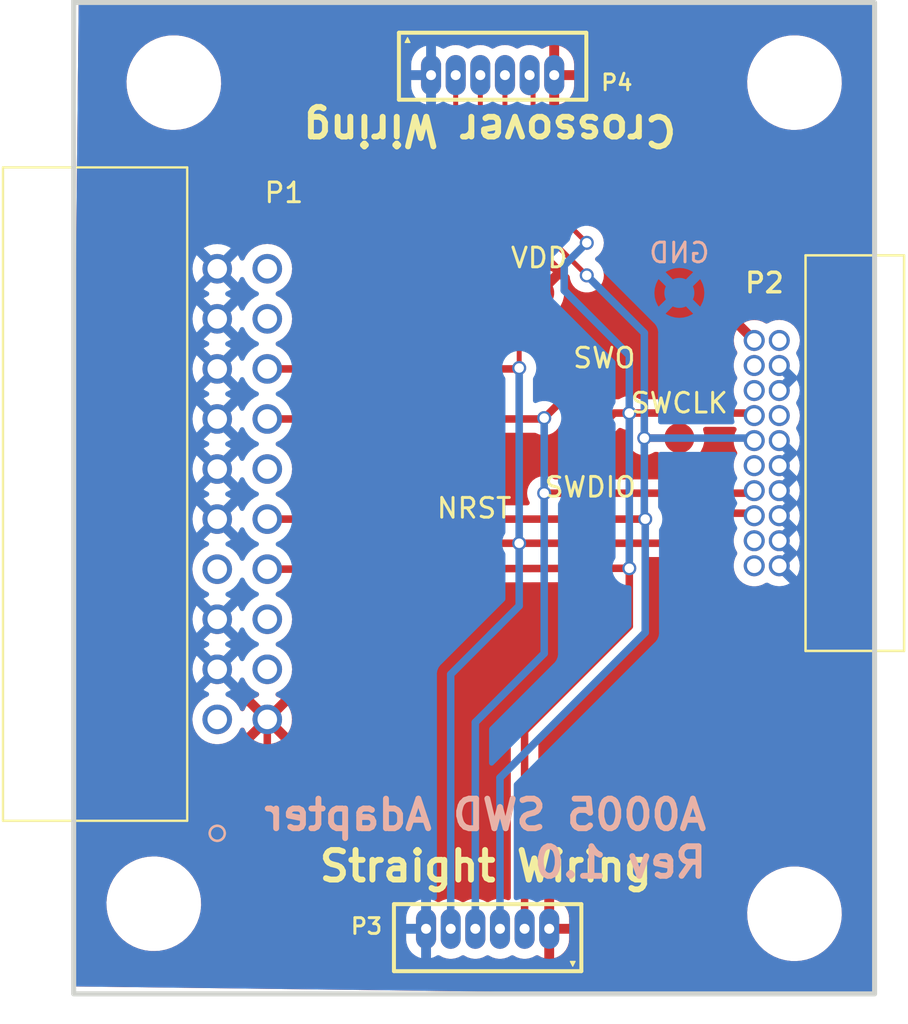
<source format=kicad_pcb>
(kicad_pcb (version 20221018) (generator pcbnew)
  (layers (0 "F.Cu" signal) (31 "B.Cu" signal) (34 "B.Paste" user) (35 "F.Paste" user) (36 "B.SilkS" user "B.Silkscreen") (37 "F.SilkS" user "F.Silkscreen") (38 "B.Mask" user) (39 "F.Mask" user) (44 "Edge.Cuts" user))
  (net 0 "")
  (net 1 "MCU_VDD")
  (net 4 "Earth")
  (net 6 "SWDIO")
  (net 7 "unconnected-(P1-Pad8)")
  (net 8 "SWCLK")
  (net 10 "SWO")
  (net 11 "NRST")
  (net 16 "unconnected-(P2-Pad5)")
  (footprint "A0004-SWD-Adapter:MountingHole_4.3mm_M4_DIN965" (layer "F.Cu") (at 150.876 79.756)
    (fp_text reference "H1" hide)
    (fp_text value "Mounting-Hole")
    (pad "" np_thru_hole circle (at 0 0) (size 4.3 4.3) (drill 4.3) (layers "*.Cu" "*.Mask"))
  )
  (footprint "Full-Flight-Computer:53047-0610" (layer "F.Cu") (at 135.305 122.682)
    (fp_text reference "P3" (at -6.146 -0.127) (layer "F.SilkS") (effects (font (size 0.8 0.8))))
    (fp_text value "0530470610")
    (fp_line (start -4.755 -1.25) (end 4.755 -1.25) (stroke (width 0.2032)) (layer "F.SilkS"))
    (fp_line (start -4.755 2.15) (end -4.755 -1.25) (stroke (width 0.2032)) (layer "F.SilkS"))
    (fp_line (start 4.755 -1.25) (end 4.755 2.15) (stroke (width 0.2032)) (layer "F.SilkS"))
    (fp_line (start 4.755 2.15) (end -4.755 2.15) (stroke (width 0.2032)) (layer "F.SilkS"))
    (fp_poly (pts (xy 4.191 1.651) (xy 4.445 1.651) (xy 4.318 1.905)) (stroke (width 0.0508)) (fill solid) (layer "F.SilkS"))
    (pad "1" thru_hole oval (at 3.125 0) (size 1.016 2.032) (drill 0.508) (layers "*.Cu" "*.Mask") (net 1 "MCU_VDD"))
    (pad "2" thru_hole oval (at 1.875 0) (size 1.016 2.032) (drill 0.508) (layers "*.Cu" "*.Mask") (net 6 "SWDIO"))
    (pad "3" thru_hole oval (at 0.625 0) (size 1.016 2.032) (drill 0.508) (layers "*.Cu" "*.Mask") (net 8 "SWCLK"))
    (pad "4" thru_hole oval (at -0.625 0) (size 1.016 2.032) (drill 0.508) (layers "*.Cu" "*.Mask") (net 10 "SWO"))
    (pad "5" thru_hole oval (at -1.875 0) (size 1.016 2.032) (drill 0.508) (layers "*.Cu" "*.Mask") (net 11 "NRST"))
    (pad "6" thru_hole oval (at -3.125 0) (size 1.016 2.032) (drill 0.508) (layers "*.Cu" "*.Mask") (net 4 "Earth"))
  )
  (footprint "A0004-SWD-Adapter:SMALL_3220-20-0200-00" (layer "F.Cu") (at 150.10295 98.552 -90)
    (fp_text reference "P2" (at -8.636 0.75095 180) (layer "F.SilkS") (effects (font (size 0.9906 0.9906) (thickness 0.1778))))
    (fp_text value "SMALL_3220-20-0200-00")
    (fp_line (start -10.033 -6.334) (end 10.033 -6.334) (stroke (width 0.127)) (layer "F.SilkS"))
    (fp_line (start -10.033 -1.334) (end -10.033 -6.334) (stroke (width 0.127)) (layer "F.SilkS"))
    (fp_line (start 10.033 -6.334) (end 10.033 -1.334) (stroke (width 0.127)) (layer "F.SilkS"))
    (fp_line (start 10.033 -1.334) (end -10.033 -1.334) (stroke (width 0.127)) (layer "F.SilkS"))
    (pad "1" thru_hole circle (at -5.715 1.27 270) (size 1.0668 1.0668) (drill 0.7366) (layers "*.Cu" "*.Mask") (net 1 "MCU_VDD"))
    (pad "2" thru_hole circle (at -5.715 0 270) (size 1.0668 1.0668) (drill 0.7366) (layers "*.Cu" "*.Mask"))
    (pad "3" thru_hole circle (at -4.445 1.27 270) (size 1.0668 1.0668) (drill 0.7366) (layers "*.Cu" "*.Mask"))
    (pad "4" thru_hole circle (at -4.445 0 270) (size 1.0668 1.0668) (drill 0.7366) (layers "*.Cu" "*.Mask") (net 4 "Earth"))
    (pad "5" thru_hole circle (at -3.175 1.27 270) (size 1.0668 1.0668) (drill 0.7366) (layers "*.Cu" "*.Mask") (net 16 "unconnected-(P2-Pad5)"))
    (pad "6" thru_hole circle (at -3.175 0 270) (size 1.0668 1.0668) (drill 0.7366) (layers "*.Cu" "*.Mask") (net 4 "Earth"))
    (pad "7" thru_hole circle (at -1.905 1.27 270) (size 1.0668 1.0668) (drill 0.7366) (layers "*.Cu" "*.Mask") (net 6 "SWDIO"))
    (pad "8" thru_hole circle (at -1.905 0 270) (size 1.0668 1.0668) (drill 0.7366) (layers "*.Cu" "*.Mask"))
    (pad "9" thru_hole circle (at -0.635 1.27 270) (size 1.0668 1.0668) (drill 0.7366) (layers "*.Cu" "*.Mask") (net 8 "SWCLK"))
    (pad "10" thru_hole circle (at -0.635 0 270) (size 1.0668 1.0668) (drill 0.7366) (layers "*.Cu" "*.Mask") (net 4 "Earth"))
    (pad "11" thru_hole circle (at 0.635 1.27 270) (size 1.0668 1.0668) (drill 0.7366) (layers "*.Cu" "*.Mask"))
    (pad "12" thru_hole circle (at 0.635 0 270) (size 1.0668 1.0668) (drill 0.7366) (layers "*.Cu" "*.Mask") (net 4 "Earth"))
    (pad "13" thru_hole circle (at 1.905 1.27 270) (size 1.0668 1.0668) (drill 0.7366) (layers "*.Cu" "*.Mask") (net 10 "SWO"))
    (pad "14" thru_hole circle (at 1.905 0 270) (size 1.0668 1.0668) (drill 0.7366) (layers "*.Cu" "*.Mask") (net 4 "Earth"))
    (pad "15" thru_hole circle (at 3.175 1.27 270) (size 1.0668 1.0668) (drill 0.7366) (layers "*.Cu" "*.Mask") (net 11 "NRST"))
    (pad "16" thru_hole circle (at 3.175 0 270) (size 1.0668 1.0668) (drill 0.7366) (layers "*.Cu" "*.Mask") (net 4 "Earth"))
    (pad "17" thru_hole circle (at 4.445 1.27 270) (size 1.0668 1.0668) (drill 0.7366) (layers "*.Cu" "*.Mask"))
    (pad "18" thru_hole circle (at 4.445 0 270) (size 1.0668 1.0668) (drill 0.7366) (layers "*.Cu" "*.Mask") (net 4 "Earth"))
    (pad "19" thru_hole circle (at 5.715 1.27 270) (size 1.0668 1.0668) (drill 0.7366) (layers "*.Cu" "*.Mask"))
    (pad "20" thru_hole circle (at 5.715 0 270) (size 1.0668 1.0668) (drill 0.7366) (layers "*.Cu" "*.Mask") (net 4 "Earth"))
  )
  (footprint "A0004-SWD-Adapter:TP" (layer "F.Cu") (at 137.922 90.424)
    (fp_text reference "TP1" hide)
    (fp_text value "VDD" (at 0 -1.778) (layer "F.SilkS"))
    (pad "1" smd circle (at 0 0) (size 1.524 1.524) (layers "F.Cu" "F.Paste" "F.Mask") (net 1 "MCU_VDD"))
  )
  (footprint "A0004-SWD-Adapter:TP" (layer "F.Cu") (at 145.034 97.79)
    (fp_text reference "TP5" hide)
    (fp_text value "SWCLK" (at 0 -1.778) (layer "F.SilkS"))
    (pad "1" smd circle (at 0 0) (size 1.524 1.524) (layers "F.Cu" "F.Paste" "F.Mask") (net 8 "SWCLK"))
  )
  (footprint "A0004-SWD-Adapter:MountingHole_4.3mm_M4_DIN965" (layer "F.Cu") (at 118.364 121.412)
    (fp_text reference "H4" hide)
    (fp_text value "Mounting-Hole")
    (pad "" np_thru_hole circle (at 0 0) (size 4.3 4.3) (drill 4.3) (layers "*.Cu" "*.Mask"))
  )
  (footprint "A0004-SWD-Adapter:MountingHole_4.3mm_M4_DIN965" (layer "F.Cu") (at 119.38 79.756)
    (fp_text reference "H3" hide)
    (fp_text value "Mounting-Hole")
    (pad "" np_thru_hole circle (at 0 0) (size 4.3 4.3) (drill 4.3) (layers "*.Cu" "*.Mask"))
  )
  (footprint "A0004-SWD-Adapter:LARGE_SBH11-PBPC-D10-RA-BK" (layer "F.Cu") (at 121.58345 112.059999 90)
    (fp_text reference "P1" (at 26.716 3.38455 180) (layer "F.SilkS"))
    (fp_text value "LARGE_SBH11-PBPC-D10-RA-BK_1" hide)
    (fp_circle (center -5.7785 0) (end -5.3975 0) (stroke (width 0.12)) (fill none) (layer "B.SilkS"))
    (fp_line (start -5.1435 -10.8712) (end -5.1435 -1.524) (stroke (width 0.12)) (layer "F.SilkS"))
    (fp_line (start -5.1435 -1.524) (end 28.0035 -1.524) (stroke (width 0.12)) (layer "F.SilkS"))
    (fp_line (start 28.0035 -10.8712) (end -5.1435 -10.8712) (stroke (width 0.12)) (layer "F.SilkS"))
    (fp_line (start 28.0035 -1.524) (end 28.0035 -10.8712) (stroke (width 0.12)) (layer "F.SilkS"))
    (fp_circle (center -5.7785 0) (end -5.3975 0) (stroke (width 0.12)) (fill none) (layer "F.SilkS"))
    (pad "1" thru_hole circle (at 0 2.54 90) (size 1.4986 1.4986) (drill 0.9906) (layers "*.Cu" "*.Mask") (net 1 "MCU_VDD"))
    (pad "2" thru_hole circle (at 0 0 90) (size 1.4986 1.4986) (drill 0.9906) (layers "*.Cu" "*.Mask"))
    (pad "3" thru_hole circle (at 2.54 2.54 90) (size 1.4986 1.4986) (drill 0.9906) (layers "*.Cu" "*.Mask"))
    (pad "4" thru_hole circle (at 2.54 0 90) (size 1.4986 1.4986) (drill 0.9906) (layers "*.Cu" "*.Mask") (net 4 "Earth"))
    (pad "5" thru_hole circle (at 5.08 2.54 90) (size 1.4986 1.4986) (drill 0.9906) (layers "*.Cu" "*.Mask"))
    (pad "6" thru_hole circle (at 5.08 0 90) (size 1.4986 1.4986) (drill 0.9906) (layers "*.Cu" "*.Mask") (net 4 "Earth"))
    (pad "7" thru_hole circle (at 7.62 2.54 90) (size 1.4986 1.4986) (drill 0.9906) (layers "*.Cu" "*.Mask") (net 6 "SWDIO"))
    (pad "8" thru_hole circle (at 7.62 0 90) (size 1.4986 1.4986) (drill 0.9906) (layers "*.Cu" "*.Mask") (net 7 "unconnected-(P1-Pad8)"))
    (pad "9" thru_hole circle (at 10.16 2.54 90) (size 1.4986 1.4986) (drill 0.9906) (layers "*.Cu" "*.Mask") (net 8 "SWCLK"))
    (pad "10" thru_hole circle (at 10.16 0 90) (size 1.4986 1.4986) (drill 0.9906) (layers "*.Cu" "*.Mask") (net 4 "Earth"))
    (pad "11" thru_hole circle (at 12.7 2.54 90) (size 1.4986 1.4986) (drill 0.9906) (layers "*.Cu" "*.Mask"))
    (pad "12" thru_hole circle (at 12.7 0 90) (size 1.4986 1.4986) (drill 0.9906) (layers "*.Cu" "*.Mask") (net 4 "Earth"))
    (pad "13" thru_hole circle (at 15.24 2.54 90) (size 1.4986 1.4986) (drill 0.9906) (layers "*.Cu" "*.Mask") (net 10 "SWO"))
    (pad "14" thru_hole circle (at 15.24 0 90) (size 1.4986 1.4986) (drill 0.9906) (layers "*.Cu" "*.Mask") (net 4 "Earth"))
    (pad "15" thru_hole circle (at 17.78 2.54 90) (size 1.4986 1.4986) (drill 0.9906) (layers "*.Cu" "*.Mask") (net 11 "NRST"))
    (pad "16" thru_hole circle (at 17.78 0 90) (size 1.4986 1.4986) (drill 0.9906) (layers "*.Cu" "*.Mask") (net 4 "Earth"))
    (pad "17" thru_hole circle (at 20.32 2.54 90) (size 1.4986 1.4986) (drill 0.9906) (layers "*.Cu" "*.Mask"))
    (pad "18" thru_hole circle (at 20.32 0 90) (size 1.4986 1.4986) (drill 0.9906) (layers "*.Cu" "*.Mask") (net 4 "Earth"))
    (pad "19" thru_hole circle (at 22.86 2.54 90) (size 1.4986 1.4986) (drill 0.9906) (layers "*.Cu" "*.Mask"))
    (pad "20" thru_hole circle (at 22.86 0 90) (size 1.4986 1.4986) (drill 0.9906) (layers "*.Cu" "*.Mask") (net 4 "Earth"))
  )
  (footprint "A0004-SWD-Adapter:TP" (layer "F.Cu") (at 134.874 103.124)
    (fp_text reference "TP6" hide)
    (fp_text value "NRST" (at -0.254 -1.778) (layer "F.SilkS"))
    (pad "1" smd circle (at 0 0) (size 1.524 1.524) (layers "F.Cu" "F.Paste" "F.Mask") (net 11 "NRST"))
  )
  (footprint "A0004-SWD-Adapter:MountingHole_4.3mm_M4_DIN965" (layer "F.Cu") (at 150.876 121.92)
    (fp_text reference "H2" hide)
    (fp_text value "Mounting-Hole")
    (pad "" np_thru_hole circle (at 0 0) (size 4.3 4.3) (drill 4.3) (layers "*.Cu" "*.Mask"))
  )
  (footprint "A0004-SWD-Adapter:TP" (layer "F.Cu") (at 140.462 97.79)
    (fp_text reference "TP4" hide)
    (fp_text value "SWDIO" (at 0.0508 2.4892) (layer "F.SilkS"))
    (pad "1" smd circle (at 0 0) (size 1.524 1.524) (layers "F.Cu" "F.Paste" "F.Mask") (net 6 "SWDIO"))
  )
  (footprint "A0004-SWD-Adapter:TP" (layer "F.Cu") (at 138.938 94.742)
    (fp_text reference "TP7" hide)
    (fp_text value "SWO" (at 2.286 -1.016) (layer "F.SilkS"))
    (pad "1" smd circle (at 0 0) (size 1.524 1.524) (layers "F.Cu" "F.Paste" "F.Mask") (net 10 "SWO"))
  )
  (footprint "Full-Flight-Computer:53047-0610" (layer "F.Cu") (at 135.559 79.375 180)
    (fp_text reference "P4" (at -6.3 -0.381) (layer "F.SilkS") (effects (font (size 0.8 0.8))))
    (fp_text value "0530470610")
    (fp_line (start -4.755 -1.25) (end 4.755 -1.25) (stroke (width 0.2032)) (layer "F.SilkS"))
    (fp_line (start -4.755 2.15) (end -4.755 -1.25) (stroke (width 0.2032)) (layer "F.SilkS"))
    (fp_line (start 4.755 -1.25) (end 4.755 2.15) (stroke (width 0.2032)) (layer "F.SilkS"))
    (fp_line (start 4.755 2.15) (end -4.755 2.15) (stroke (width 0.2032)) (layer "F.SilkS"))
    (fp_poly (pts (xy 4.191 1.651) (xy 4.445 1.651) (xy 4.318 1.905)) (stroke (width 0.0508)) (fill solid) (layer "F.SilkS"))
    (pad "1" thru_hole oval (at 3.125 0 180) (size 1.016 2.032) (drill 0.508) (layers "*.Cu" "*.Mask") (net 4 "Earth"))
    (pad "2" thru_hole oval (at 1.875 0 180) (size 1.016 2.032) (drill 0.508) (layers "*.Cu" "*.Mask") (net 11 "NRST"))
    (pad "3" thru_hole oval (at 0.625 0 180) (size 1.016 2.032) (drill 0.508) (layers "*.Cu" "*.Mask") (net 10 "SWO"))
    (pad "4" thru_hole oval (at -0.625 0 180) (size 1.016 2.032) (drill 0.508) (layers "*.Cu" "*.Mask") (net 8 "SWCLK"))
    (pad "5" thru_hole oval (at -1.875 0 180) (size 1.016 2.032) (drill 0.508) (layers "*.Cu" "*.Mask") (net 6 "SWDIO"))
    (pad "6" thru_hole oval (at -3.125 0 180) (size 1.016 2.032) (drill 0.508) (layers "*.Cu" "*.Mask") (net 1 "MCU_VDD"))
  )
  (footprint "A0004-SWD-Adapter:TP" (layer "B.Cu") (at 145.034 90.424 180)
    (fp_text reference "TP3" hide)
    (fp_text value "GND" (at 0 2.032) (layer "B.SilkS") (effects (justify mirror)))
    (pad "1" smd circle (at 0 0 180) (size 1.524 1.524) (layers "B.Cu" "B.Paste" "B.Mask") (net 4 "Earth"))
  )
  (gr_rect (start 114.3 75.692) (end 154.94 125.984) (stroke (width 0.254)) (fill none) (layer "Edge.Cuts"))
  (gr_text "A0005 SWD Adapter \nRev 1.0" (at 146.558 118.11) (layer "B.SilkS") (effects (font (size 1.5 1.5) (thickness 0.3)) (justify left mirror)))
  (gr_text "Crossover Wiring" (at 145.034 82.169 180) (layer "F.SilkS") (effects (font (size 1.5 1.5) (thickness 0.3)) (justify left)))
  (gr_text "Straight Wiring" (at 126.619 119.507) (layer "F.SilkS") (effects (font (size 1.5 1.5) (thickness 0.3)) (justify left)))
  (segment (start 138.43 122.682) (end 138.43 124.333) (width 0.381) (layer "F.Cu") (net 1))
  (segment (start 137.922 124.841) (end 130.429 124.841) (width 0.381) (layer "F.Cu") (net 1))
  (segment (start 124.12345 118.53545) (end 124.12345 112.059999) (width 0.381) (layer "F.Cu") (net 1))
  (segment (start 138.43 124.333) (end 137.922 124.841) (width 0.381) (layer "F.Cu") (net 1))
  (segment (start 130.429 124.841) (end 124.12345 118.53545) (width 0.381) (layer "F.Cu") (net 1))
  (segment (start 150.10295 94.107) (end 150.241 94.107) (width 0.25) (layer "F.Cu") (net 4))
  (segment (start 121.58345 109.52) (end 121.204 109.52) (width 0.381) (layer "F.Cu") (net 4))
  (segment (start 137.61 79.551) (end 137.61 85.159) (width 0.25) (layer "F.Cu") (net 6))
  (segment (start 137.18 122.682) (end 137.18 112.649) (width 0.381) (layer "F.Cu") (net 6))
  (segment (start 137.434 79.375) (end 137.61 79.551) (width 0.25) (layer "F.Cu") (net 6))
  (segment (start 137.61 85.159) (end 140.335 87.884) (width 0.25) (layer "F.Cu") (net 6))
  (segment (start 140.462 97.79) (end 141.732 96.52) (width 0.381) (layer "F.Cu") (net 6))
  (segment (start 142.494 96.52) (end 148.59 96.52) (width 0.381) (layer "F.Cu") (net 6))
  (segment (start 141.732 96.52) (end 142.494 96.52) (width 0.381) (layer "F.Cu") (net 6))
  (segment (start 124.12345 104.44) (end 142.494 104.394) (width 0.381) (layer "F.Cu") (net 6))
  (segment (start 148.59 96.52) (end 148.844 96.774) (width 0.381) (layer "F.Cu") (net 6))
  (segment (start 142.494 107.335) (end 137.18 112.649) (width 0.381) (layer "F.Cu") (net 6))
  (segment (start 142.494 104.394) (end 142.494 107.335) (width 0.381) (layer "F.Cu") (net 6))
  (via (at 140.335 87.884) (size 0.7112) (drill 0.4826) (layers "F.Cu" "B.Cu") (net 6))
  (via (at 142.494 96.52) (size 0.7112) (drill 0.4826) (layers "F.Cu" "B.Cu") (net 6))
  (via (at 142.494 104.394) (size 0.7112) (drill 0.4826) (layers "F.Cu" "B.Cu") (net 6))
  (segment (start 139.192 90.297) (end 139.192 89.027) (width 0.381) (layer "B.Cu") (net 6))
  (segment (start 142.494 104.394) (end 142.494 96.52) (width 0.381) (layer "B.Cu") (net 6))
  (segment (start 142.494 96.52) (end 142.494 93.599) (width 0.381) (layer "B.Cu") (net 6))
  (segment (start 142.494 93.599) (end 139.192 90.297) (width 0.381) (layer "B.Cu") (net 6))
  (segment (start 139.192 89.027) (end 140.335 87.884) (width 0.381) (layer "B.Cu") (net 6))
  (segment (start 121.58345 104.44) (end 121.458 104.44) (width 0.381) (layer "B.Cu") (net 7))
  (segment (start 136.184 79.375) (end 136.184 83.86) (width 0.25) (layer "F.Cu") (net 8))
  (segment (start 124.12345 101.9) (end 143.302 101.9) (width 0.381) (layer "F.Cu") (net 8))
  (segment (start 137.0965 84.7725) (end 137.0965 86.2965) (width 0.25) (layer "F.Cu") (net 8))
  (segment (start 137.0965 86.2965) (end 140.335 89.535) (width 0.25) (layer "F.Cu") (net 8))
  (segment (start 137.0965 84.7725) (end 137.16 84.836) (width 0.25) (layer "F.Cu") (net 8))
  (segment (start 136.184 83.86) (end 137.0965 84.7725) (width 0.25) (layer "F.Cu") (net 8))
  (segment (start 145.034 97.79) (end 143.256 97.79) (width 0.381) (layer "F.Cu") (net 8))
  (via (at 143.302 101.9) (size 0.7112) (drill 0.4826) (layers "F.Cu" "B.Cu") (net 8))
  (via (at 143.256 97.79) (size 0.7112) (drill 0.4826) (layers "F.Cu" "B.Cu") (net 8))
  (via (at 140.335 89.535) (size 0.7112) (drill 0.4826) (layers "F.Cu" "B.Cu") (net 8))
  (segment (start 143.302 107.65) (end 143.302 101.9) (width 0.381) (layer "B.Cu") (net 8))
  (segment (start 143.302 101.9) (end 143.256 101.854) (width 0.381) (layer "B.Cu") (net 8))
  (segment (start 143.256 97.79) (end 148.59 97.79) (width 0.381) (layer "B.Cu") (net 8))
  (segment (start 143.256 97.79) (end 143.256 92.456) (width 0.381) (layer "B.Cu") (net 8))
  (segment (start 148.59 97.79) (end 148.844 98.044) (width 0.381) (layer "B.Cu") (net 8))
  (segment (start 135.93 122.682) (end 135.93 115.022) (width 0.381) (layer "B.Cu") (net 8))
  (segment (start 135.93 115.022) (end 143.302 107.65) (width 0.381) (layer "B.Cu") (net 8))
  (segment (start 143.256 101.854) (end 143.256 97.79) (width 0.381) (layer "B.Cu") (net 8))
  (segment (start 143.256 92.456) (end 140.335 89.535) (width 0.381) (layer "B.Cu") (net 8))
  (segment (start 138.938 96.012) (end 138.176 96.774) (width 0.381) (layer "F.Cu") (net 10))
  (segment (start 138.938 94.742) (end 138.938 96.012) (width 0.381) (layer "F.Cu") (net 10))
  (segment (start 138.049 93.853) (end 138.938 94.742) (width 0.25) (layer "F.Cu") (net 10))
  (segment (start 138.13 96.82) (end 138.176 96.774) (width 0.381) (layer "F.Cu") (net 10))
  (segment (start 138.049 92.327604) (end 138.049 93.853) (width 0.25) (layer "F.Cu") (net 10))
  (segment (start 134.934 83.878604) (end 136.398 85.342604) (width 0.25) (layer "F.Cu") (net 10))
  (segment (start 134.934 79.375) (end 134.934 83.878604) (width 0.25) (layer "F.Cu") (net 10))
  (segment (start 138.176 100.584) (end 148.844 100.584) (width 0.381) (layer "F.Cu") (net 10))
  (segment (start 136.398 85.342604) (end 136.398 90.676604) (width 0.25) (layer "F.Cu") (net 10))
  (segment (start 136.398 90.676604) (end 138.049 92.327604) (width 0.25) (layer "F.Cu") (net 10))
  (segment (start 124.12345 96.82) (end 138.13 96.82) (width 0.381) (layer "F.Cu") (net 10))
  (via (at 138.176 100.584) (size 0.7112) (drill 0.4826) (layers "F.Cu" "B.Cu") (net 10))
  (via (at 138.176 96.774) (size 0.7112) (drill 0.4826) (layers "F.Cu" "B.Cu") (net 10))
  (segment (start 138.176 108.712) (end 138.176 100.584) (width 0.381) (layer "B.Cu") (net 10))
  (segment (start 138.176 96.774) (end 138.176 100.584) (width 0.381) (layer "B.Cu") (net 10))
  (segment (start 134.68 122.682) (end 134.68 112.208) (width 0.381) (layer "B.Cu") (net 10))
  (segment (start 134.68 112.208) (end 138.176 108.712) (width 0.381) (layer "B.Cu") (net 10))
  (segment (start 148.59 101.6) (end 148.844 101.854) (width 0.381) (layer "F.Cu") (net 11))
  (segment (start 135.763 85.344) (end 135.763 90.678) (width 0.25) (layer "F.Cu") (net 11))
  (segment (start 144.526 103.124) (end 146.05 101.6) (width 0.381) (layer "F.Cu") (net 11))
  (segment (start 133.684 79.375) (end 133.684 83.265) (width 0.25) (layer "F.Cu") (net 11))
  (segment (start 136.906 103.124) (end 144.526 103.124) (width 0.381) (layer "F.Cu") (net 11))
  (segment (start 136.906 91.821) (end 136.906 94.234) (width 0.25) (layer "F.Cu") (net 11))
  (segment (start 133.684 83.265) (end 135.763 85.344) (width 0.25) (layer "F.Cu") (net 11))
  (segment (start 146.05 101.6) (end 148.59 101.6) (width 0.381) (layer "F.Cu") (net 11))
  (segment (start 136.86 94.28) (end 136.906 94.234) (width 0.381) (layer "F.Cu") (net 11))
  (segment (start 135.763 90.678) (end 136.906 91.821) (width 0.25) (layer "F.Cu") (net 11))
  (segment (start 134.874 103.124) (end 136.906 103.124) (width 0.381) (layer "F.Cu") (net 11))
  (segment (start 124.12345 94.28) (end 136.86 94.28) (width 0.381) (layer "F.Cu") (net 11))
  (via (at 136.906 94.234) (size 0.7112) (drill 0.4826) (layers "F.Cu" "B.Cu") (net 11))
  (via (at 136.906 103.124) (size 0.7112) (drill 0.4826) (layers "F.Cu" "B.Cu") (net 11))
  (segment (start 136.906 103.124) (end 136.906 106.299) (width 0.381) (layer "B.Cu") (net 11))
  (segment (start 136.906 106.299) (end 135.4455 107.7595) (width 0.381) (layer "B.Cu") (net 11))
  (segment (start 135.4455 107.7595) (end 135.89 107.315) (width 0.25) (layer "B.Cu") (net 11))
  (segment (start 133.43 109.775) (end 135.89 107.315) (width 0.381) (layer "B.Cu") (net 11))
  (segment (start 136.906 94.234) (end 136.906 103.124) (width 0.381) (layer "B.Cu") (net 11))
  (segment (start 133.43 122.682) (end 133.43 109.775) (width 0.381) (layer "B.Cu") (net 11))
  (segment (start 148.544 95.204) (end 148.844 95.504) (width 0.381) (layer "F.Cu") (net 16))
  (zone (net 1) (net_name "MCU_VDD") (layer "F.Cu") (connect_pads (clearance 0.508)) (min_thickness 0.25) (fill yes (thermal_gap 0.5) (thermal_bridge_width 0.5))
    (polygon (pts (xy 114.554 75.565) (xy 155.194 75.565) (xy 155.194 126.111) (xy 114.046 125.603)))
  )
  (zone (net 4) (net_name "Earth") (layer "B.Cu") (priority 1) (connect_pads (clearance 0.508)) (min_thickness 0.25) (fill yes (thermal_gap 0.5) (thermal_bridge_width 0.5))
    (polygon (pts (xy 114.554 75.565) (xy 155.194 75.565) (xy 155.194 126.111) (xy 114.046 125.603)))
  )
)
</source>
